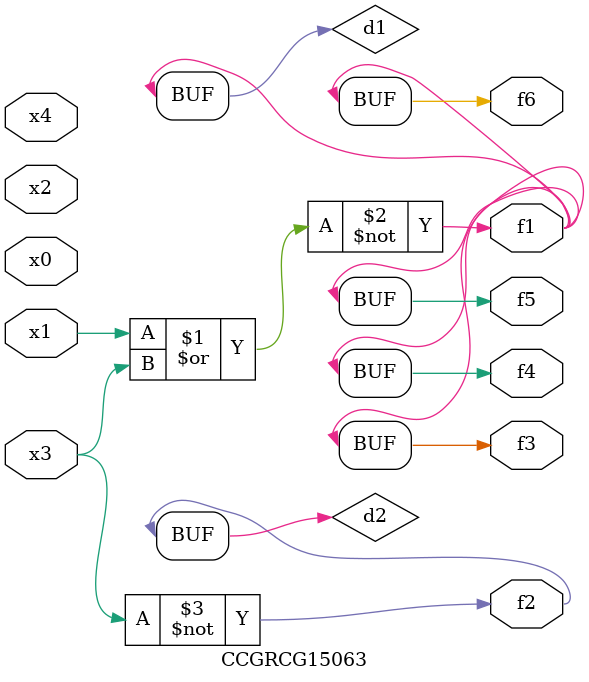
<source format=v>
module CCGRCG15063(
	input x0, x1, x2, x3, x4,
	output f1, f2, f3, f4, f5, f6
);

	wire d1, d2;

	nor (d1, x1, x3);
	not (d2, x3);
	assign f1 = d1;
	assign f2 = d2;
	assign f3 = d1;
	assign f4 = d1;
	assign f5 = d1;
	assign f6 = d1;
endmodule

</source>
